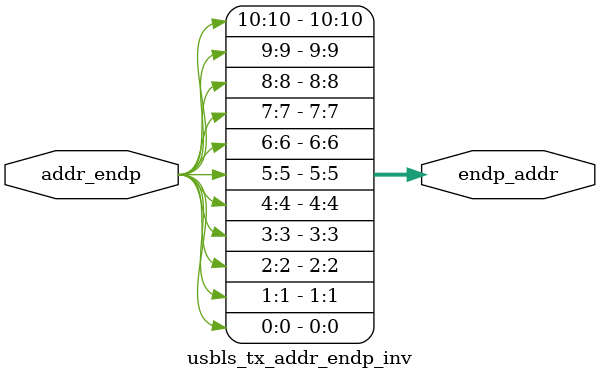
<source format=v>


module usbls_tx_addr_endp_inv (
    input  [0:10] addr_endp,
    output [10:0] endp_addr
);

  assign endp_addr = {
    addr_endp[10],
    addr_endp[9],
    addr_endp[8],
    addr_endp[7],
    addr_endp[6],
    addr_endp[5],
    addr_endp[4],
    addr_endp[3],
    addr_endp[2],
    addr_endp[1],
    addr_endp[0]
  };

endmodule

</source>
